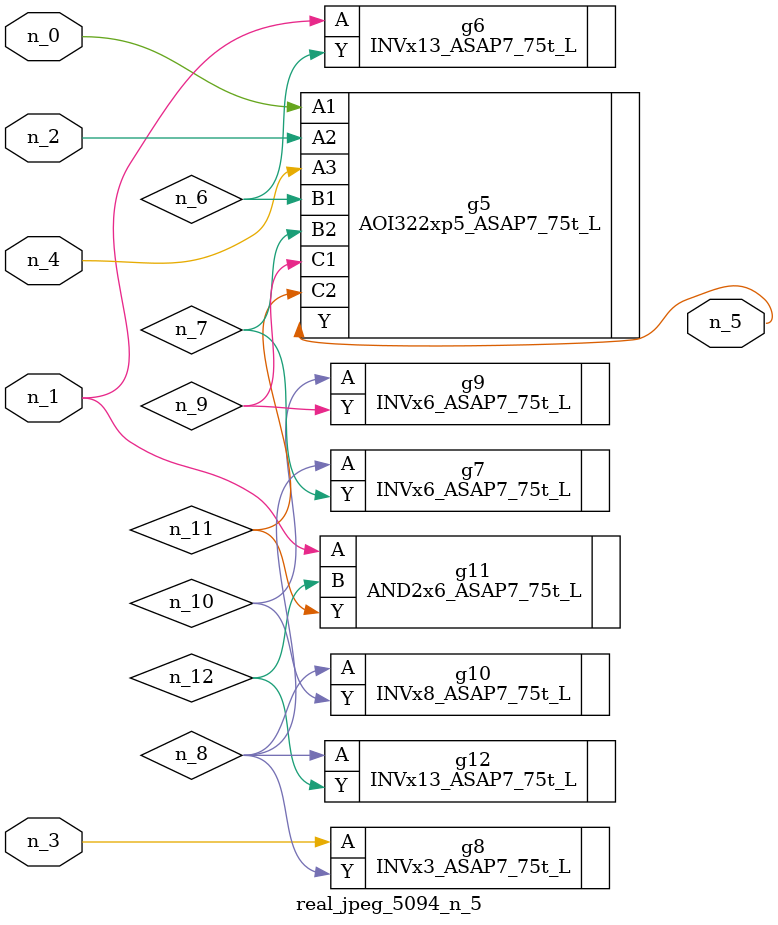
<source format=v>
module real_jpeg_5094_n_5 (n_4, n_0, n_1, n_2, n_3, n_5);

input n_4;
input n_0;
input n_1;
input n_2;
input n_3;

output n_5;

wire n_12;
wire n_8;
wire n_11;
wire n_6;
wire n_7;
wire n_10;
wire n_9;

AOI322xp5_ASAP7_75t_L g5 ( 
.A1(n_0),
.A2(n_2),
.A3(n_4),
.B1(n_6),
.B2(n_7),
.C1(n_9),
.C2(n_11),
.Y(n_5)
);

INVx13_ASAP7_75t_L g6 ( 
.A(n_1),
.Y(n_6)
);

AND2x6_ASAP7_75t_L g11 ( 
.A(n_1),
.B(n_12),
.Y(n_11)
);

INVx3_ASAP7_75t_L g8 ( 
.A(n_3),
.Y(n_8)
);

INVx6_ASAP7_75t_L g7 ( 
.A(n_8),
.Y(n_7)
);

INVx8_ASAP7_75t_L g10 ( 
.A(n_8),
.Y(n_10)
);

INVx13_ASAP7_75t_L g12 ( 
.A(n_8),
.Y(n_12)
);

INVx6_ASAP7_75t_L g9 ( 
.A(n_10),
.Y(n_9)
);


endmodule
</source>
